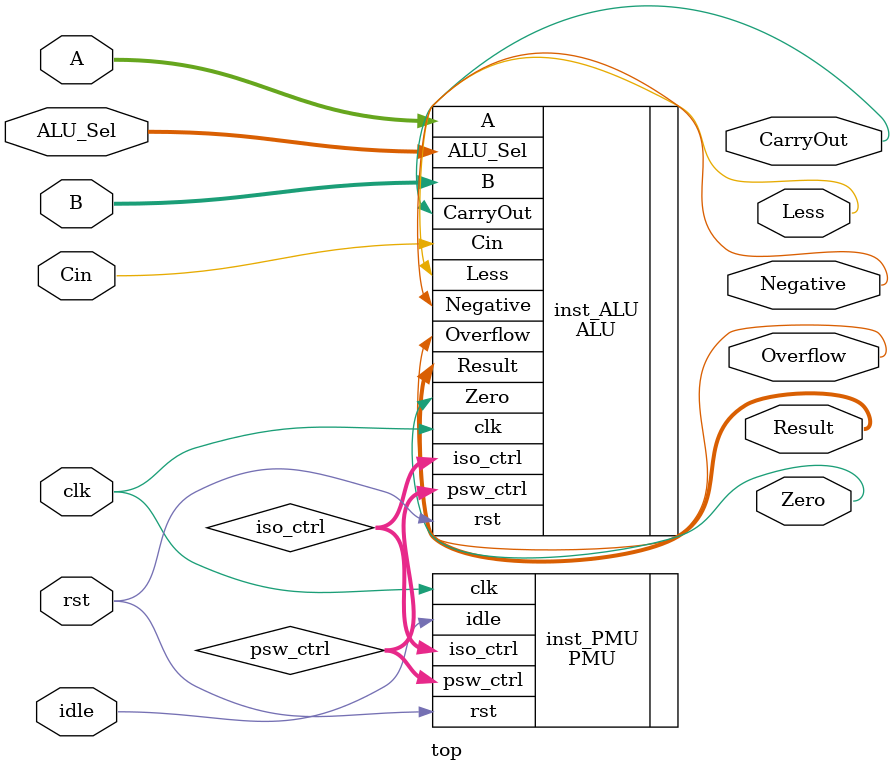
<source format=v>
`timescale 1ns / 1ps

module top #
(
  parameter integer WIDTH = 32
)(
    // Global signals
    input  wire                   clk,
    input  wire                   rst,

    // ALU input Signals
    input  wire [WIDTH-1:0]       A,
    input  wire [WIDTH-1:0]       B,
    input  wire [3:0]             ALU_Sel,
    input  wire                   Cin,

    // ALU output Signals
    output wire [WIDTH-1:0]       Result,
    output wire                   Zero,
    output wire                   CarryOut,
    output wire                   Overflow,
    output wire                   Negative,
    output wire                   Less,

    // Idle Signal for PMU to direct Power Signals
    input  wire                   idle
);

  // Power control signals from PMU
  wire [3:0] iso_ctrl;
  wire [3:0] psw_ctrl;

  //==========================================================
  // Instantiate PMU
  //==========================================================
  PMU inst_PMU (
      .clk(clk),
      .rst(rst),
      .idle(idle),
      .iso_ctrl(iso_ctrl),
      .psw_ctrl(psw_ctrl)
  );

  //==========================================================
  // Instantiate ALU
  //==========================================================
  ALU #(.WIDTH(WIDTH)) inst_ALU (
      .clk(clk),
      .rst(rst),
      .A(A),
      .B(B),
      .ALU_Sel(ALU_Sel),
      .Cin(Cin),
      .Result(Result),
      .Zero(Zero),
      .CarryOut(CarryOut),
      .Overflow(Overflow),
      .Negative(Negative),
      .Less(Less),
      .iso_ctrl(iso_ctrl),
      .psw_ctrl(psw_ctrl)
  );

endmodule

</source>
